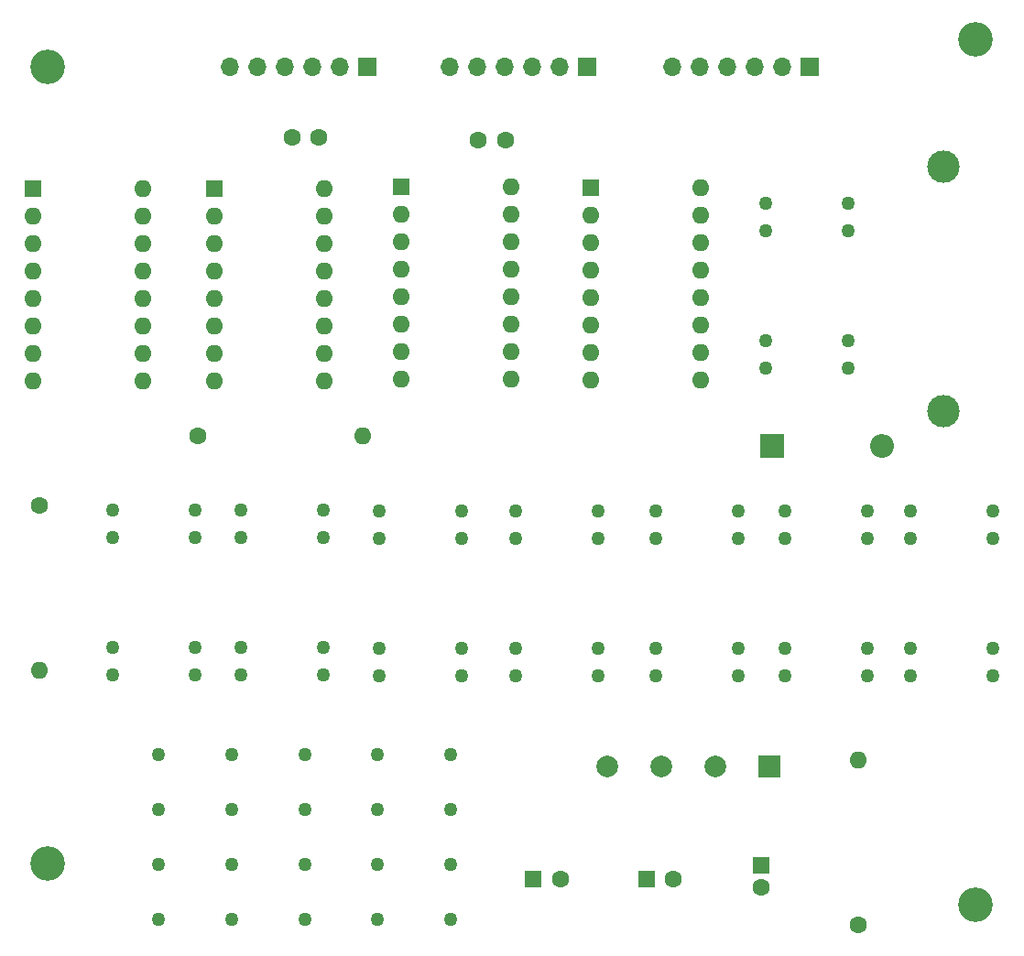
<source format=gbr>
%TF.GenerationSoftware,KiCad,Pcbnew,8.0.3*%
%TF.CreationDate,2024-06-12T06:48:37+01:00*%
%TF.ProjectId,meiaonda,6d656961-6f6e-4646-912e-6b696361645f,rev?*%
%TF.SameCoordinates,Original*%
%TF.FileFunction,Soldermask,Bot*%
%TF.FilePolarity,Negative*%
%FSLAX46Y46*%
G04 Gerber Fmt 4.6, Leading zero omitted, Abs format (unit mm)*
G04 Created by KiCad (PCBNEW 8.0.3) date 2024-06-12 06:48:37*
%MOMM*%
%LPD*%
G01*
G04 APERTURE LIST*
%ADD10C,1.270000*%
%ADD11C,3.200000*%
%ADD12C,1.600000*%
%ADD13O,1.600000X1.600000*%
%ADD14R,1.600000X1.600000*%
%ADD15R,1.700000X1.700000*%
%ADD16O,1.700000X1.700000*%
%ADD17R,2.000000X2.000000*%
%ADD18C,2.000000*%
%ADD19C,3.000000*%
%ADD20R,2.200000X2.200000*%
%ADD21O,2.200000X2.200000*%
G04 APERTURE END LIST*
D10*
%TO.C,K6*%
X91460000Y-88820000D03*
X91460000Y-91360000D03*
X91460000Y-101520000D03*
X91460000Y-104060000D03*
X99080000Y-104060000D03*
X99080000Y-101520000D03*
X99080000Y-91360000D03*
X99080000Y-88820000D03*
%TD*%
%TO.C,K1*%
X165230000Y-88950000D03*
X165230000Y-91490000D03*
X165230000Y-101650000D03*
X165230000Y-104190000D03*
X172850000Y-104190000D03*
X172850000Y-101650000D03*
X172850000Y-91490000D03*
X172850000Y-88950000D03*
%TD*%
%TO.C,K5*%
X128760000Y-88900000D03*
X128760000Y-91440000D03*
X128760000Y-101600000D03*
X128760000Y-104140000D03*
X136380000Y-104140000D03*
X136380000Y-101600000D03*
X136380000Y-91440000D03*
X136380000Y-88900000D03*
%TD*%
D11*
%TO.C,H4*%
X85480000Y-47870000D03*
%TD*%
D12*
%TO.C,R2*%
X99370000Y-81940000D03*
D13*
X114610000Y-81940000D03*
%TD*%
D14*
%TO.C,C6*%
X151460000Y-121720000D03*
D12*
X151460000Y-123720000D03*
%TD*%
D10*
%TO.C,K4*%
X95758400Y-126720000D03*
X95758400Y-121640000D03*
X95758400Y-116560000D03*
X95758400Y-111480000D03*
%TD*%
%TO.C,K11*%
X109239200Y-126720000D03*
X109239200Y-121640000D03*
X109239200Y-116560000D03*
X109239200Y-111480000D03*
%TD*%
D14*
%TO.C,C1*%
X140820000Y-122940000D03*
D12*
X143320000Y-122940000D03*
%TD*%
D15*
%TO.C,J3*%
X115010000Y-47850000D03*
D16*
X112470000Y-47850000D03*
X109930000Y-47850000D03*
X107390000Y-47850000D03*
X104850000Y-47850000D03*
X102310000Y-47850000D03*
%TD*%
D12*
%TO.C,R3*%
X160450000Y-127160000D03*
D13*
X160450000Y-111920000D03*
%TD*%
D17*
%TO.C,D2*%
X152190000Y-112570000D03*
D18*
X147190000Y-112570000D03*
X142190000Y-112570000D03*
X137190000Y-112570000D03*
%TD*%
D15*
%TO.C,J4*%
X155910000Y-47820000D03*
D16*
X153370000Y-47820000D03*
X150830000Y-47820000D03*
X148290000Y-47820000D03*
X145750000Y-47820000D03*
X143210000Y-47820000D03*
%TD*%
D12*
%TO.C,C3*%
X125290000Y-54630000D03*
X127790000Y-54630000D03*
%TD*%
D11*
%TO.C,H1*%
X171220000Y-45340000D03*
%TD*%
D14*
%TO.C,U2*%
X84140000Y-59090000D03*
D13*
X84140000Y-61630000D03*
X84140000Y-64170000D03*
X84140000Y-66710000D03*
X84140000Y-69250000D03*
X84140000Y-71790000D03*
X84140000Y-74330000D03*
X84140000Y-76870000D03*
X94300000Y-76870000D03*
X94300000Y-74330000D03*
X94300000Y-71790000D03*
X94300000Y-69250000D03*
X94300000Y-66710000D03*
X94300000Y-64170000D03*
X94300000Y-61630000D03*
X94300000Y-59090000D03*
%TD*%
D11*
%TO.C,H2*%
X171260000Y-125350000D03*
%TD*%
D14*
%TO.C,U4*%
X135670000Y-59030000D03*
D13*
X135670000Y-61570000D03*
X135670000Y-64110000D03*
X135670000Y-66650000D03*
X135670000Y-69190000D03*
X135670000Y-71730000D03*
X135670000Y-74270000D03*
X135670000Y-76810000D03*
X145830000Y-76810000D03*
X145830000Y-74270000D03*
X145830000Y-71730000D03*
X145830000Y-69190000D03*
X145830000Y-66650000D03*
X145830000Y-64110000D03*
X145830000Y-61570000D03*
X145830000Y-59030000D03*
%TD*%
D19*
%TO.C,F1*%
X168310000Y-57060000D03*
X168310000Y-79660000D03*
%TD*%
D10*
%TO.C,K9*%
X116180000Y-88900000D03*
X116180000Y-91440000D03*
X116180000Y-101600000D03*
X116180000Y-104140000D03*
X123800000Y-104140000D03*
X123800000Y-101600000D03*
X123800000Y-91440000D03*
X123800000Y-88900000D03*
%TD*%
D14*
%TO.C,U3*%
X118170000Y-58910000D03*
D13*
X118170000Y-61450000D03*
X118170000Y-63990000D03*
X118170000Y-66530000D03*
X118170000Y-69070000D03*
X118170000Y-71610000D03*
X118170000Y-74150000D03*
X118170000Y-76690000D03*
X128330000Y-76690000D03*
X128330000Y-74150000D03*
X128330000Y-71610000D03*
X128330000Y-69070000D03*
X128330000Y-66530000D03*
X128330000Y-63990000D03*
X128330000Y-61450000D03*
X128330000Y-58910000D03*
%TD*%
D10*
%TO.C,K10*%
X102498800Y-126720000D03*
X102498800Y-121640000D03*
X102498800Y-116560000D03*
X102498800Y-111480000D03*
%TD*%
D12*
%TO.C,C4*%
X110580000Y-54390000D03*
X108080000Y-54390000D03*
%TD*%
D10*
%TO.C,K8*%
X151900000Y-60470000D03*
X151900000Y-63010000D03*
X151900000Y-73170000D03*
X151900000Y-75710000D03*
X159520000Y-75710000D03*
X159520000Y-73170000D03*
X159520000Y-63010000D03*
X159520000Y-60470000D03*
%TD*%
D14*
%TO.C,U1*%
X100910000Y-59150000D03*
D13*
X100910000Y-61690000D03*
X100910000Y-64230000D03*
X100910000Y-66770000D03*
X100910000Y-69310000D03*
X100910000Y-71850000D03*
X100910000Y-74390000D03*
X100910000Y-76930000D03*
X111070000Y-76930000D03*
X111070000Y-74390000D03*
X111070000Y-71850000D03*
X111070000Y-69310000D03*
X111070000Y-66770000D03*
X111070000Y-64230000D03*
X111070000Y-61690000D03*
X111070000Y-59150000D03*
%TD*%
D14*
%TO.C,C2*%
X130387621Y-122930000D03*
D12*
X132887621Y-122930000D03*
%TD*%
D10*
%TO.C,K7*%
X103370000Y-88870000D03*
X103370000Y-91410000D03*
X103370000Y-101570000D03*
X103370000Y-104110000D03*
X110990000Y-104110000D03*
X110990000Y-101570000D03*
X110990000Y-91410000D03*
X110990000Y-88870000D03*
%TD*%
D15*
%TO.C,J2*%
X135380000Y-47860000D03*
D16*
X132840000Y-47860000D03*
X130300000Y-47860000D03*
X127760000Y-47860000D03*
X125220000Y-47860000D03*
X122680000Y-47860000D03*
%TD*%
D10*
%TO.C,K12*%
X115979600Y-126720000D03*
X115979600Y-121640000D03*
X115979600Y-116560000D03*
X115979600Y-111480000D03*
%TD*%
D12*
%TO.C,R1*%
X84740000Y-88370000D03*
D13*
X84740000Y-103610000D03*
%TD*%
D10*
%TO.C,K13*%
X122720000Y-126720000D03*
X122720000Y-121640000D03*
X122720000Y-116560000D03*
X122720000Y-111480000D03*
%TD*%
D11*
%TO.C,H3*%
X85520000Y-121550000D03*
%TD*%
D20*
%TO.C,D1*%
X152460000Y-82880000D03*
D21*
X162620000Y-82880000D03*
%TD*%
D10*
%TO.C,K2*%
X141680000Y-88900000D03*
X141680000Y-91440000D03*
X141680000Y-101600000D03*
X141680000Y-104140000D03*
X149300000Y-104140000D03*
X149300000Y-101600000D03*
X149300000Y-91440000D03*
X149300000Y-88900000D03*
%TD*%
%TO.C,K3*%
X153610000Y-88940000D03*
X153610000Y-91480000D03*
X153610000Y-101640000D03*
X153610000Y-104180000D03*
X161230000Y-104180000D03*
X161230000Y-101640000D03*
X161230000Y-91480000D03*
X161230000Y-88940000D03*
%TD*%
M02*

</source>
